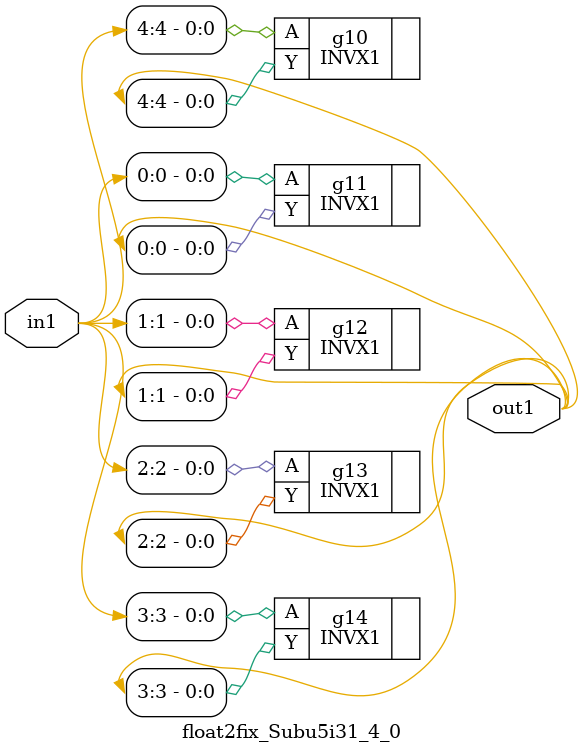
<source format=v>
`timescale 1ps / 1ps


module float2fix_Subu5i31_4_0(in1, out1);
  input [4:0] in1;
  output [4:0] out1;
  wire [4:0] in1;
  wire [4:0] out1;
  INVX1 g10(.A (in1[4]), .Y (out1[4]));
  INVX1 g14(.A (in1[3]), .Y (out1[3]));
  INVX1 g12(.A (in1[1]), .Y (out1[1]));
  INVX1 g11(.A (in1[0]), .Y (out1[0]));
  INVX1 g13(.A (in1[2]), .Y (out1[2]));
endmodule



</source>
